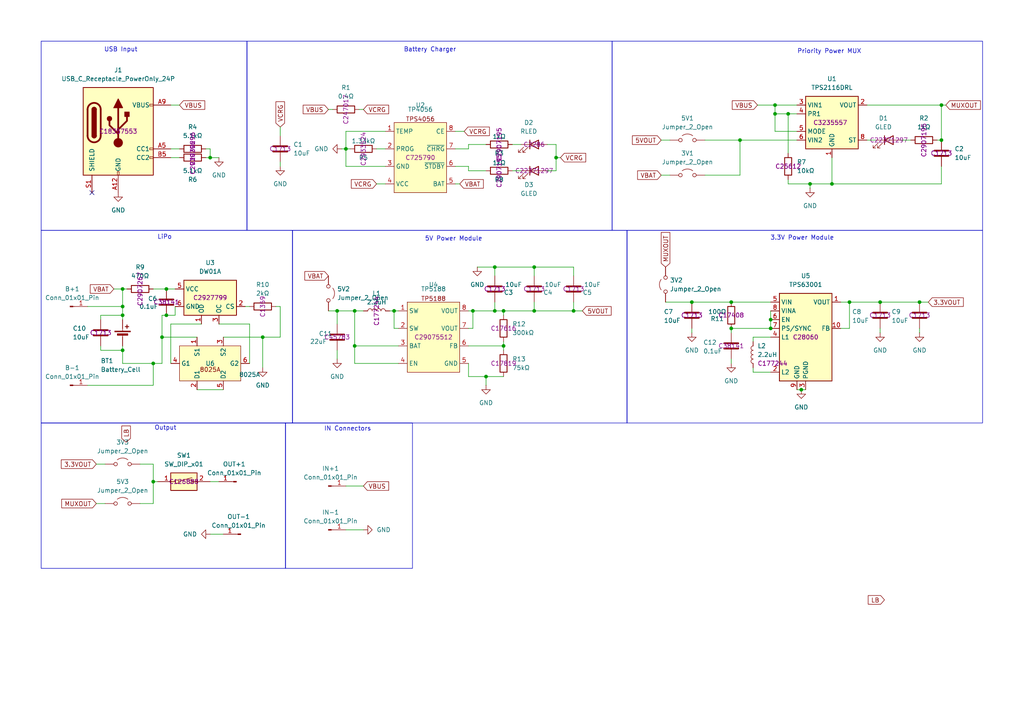
<source format=kicad_sch>
(kicad_sch (version 20250114) (generator "eeschema") (generator_version "9.0")
  (paper "A4")
  (lib_symbols
    (symbol "Battery_Management:DW01A"
      (property "Reference" "U" (at -6.604 6.35 0))
      (property "Value" "DW01A" (at 4.318 6.604 0))
      (symbol "DW01A_0_1"
        (pin power_in line (at -10.16 2.54 0) (length 2.54) (name "VCC") (number "5"))
        (pin power_in line (at -10.16 -2.54 0) (length 2.54) (name "GND") (number "6"))
        (pin output line (at -2.54 -7.62 90) (length 2.54) (name "OD") (number "1"))
        (pin output line (at 2.54 -7.62 90) (length 2.54) (name "OC") (number "3"))
        (pin input line (at 10.16 -2.54 180) (length 2.54) (name "CS") (number "2"))
      )
      (symbol "DW01A_1_1"
        (rectangle (start -7.62 5.08) (end 7.62 -5.08) (stroke (width 0.254)) (fill (type background)))
        (pin no_connect line (at 10.16 2.54 180) (length 2.54) (hide yes) (name "TD") (number "4"))
      )
    )
    (symbol "Connector:Conn_01x01_Pin" (pin_names (offset 1.016) (hide yes))
      (property "Reference" "J" (at 0 2.54 0))
      (property "Value" "Conn_01x01_Pin" (at 0 -2.54 0))
      (symbol "Conn_01x01_Pin_1_1"
        (rectangle (start 0.8636 0.127) (end 0 -0.127) (stroke (width 0.1524)) (fill (type outline)))
        (polyline (pts (xy 1.27 0) (xy 0.8636 0)) (stroke (width 0.1524)))
        (pin passive line (at 5.08 0 180) (length 3.81) (name "Pin_1") (number "1"))
      )
    )
    (symbol "Connector:USB_C_Receptacle_PowerOnly_24P" (pin_names (offset 1.016))
      (property "Reference" "J" (at 0 16.51 0))
      (property "Value" "USB_C_Receptacle_PowerOnly_24P" (at 0 13.97 0))
      (symbol "USB_C_Receptacle_PowerOnly_24P_0_0"
        (rectangle (start -0.254 -12.7) (end 0.254 -11.684))
        (rectangle (start 10.16 7.874) (end 9.144 7.366))
        (rectangle (start 10.16 -4.826) (end 9.144 -5.334))
        (rectangle (start 10.16 -7.366) (end 9.144 -7.874))
      )
      (symbol "USB_C_Receptacle_PowerOnly_24P_0_1"
        (rectangle (start -10.16 12.7) (end 10.16 -12.7) (stroke (width 0.254)) (fill (type background)))
        (polyline (pts (xy -8.89 -1.27) (xy -8.89 6.35)) (stroke (width 0.508)))
        (rectangle (start -7.62 -1.27) (end -6.35 6.35) (stroke (width 0.254)) (fill (type outline)))
        (arc (start -7.62 6.35) (mid -6.985 6.9823) (end -6.35 6.35) (stroke (width 0.254)))
        (arc (start -7.62 6.35) (mid -6.985 6.9823) (end -6.35 6.35) (stroke (width 0.254)) (fill (type outline)))
        (arc (start -8.89 6.35) (mid -6.985 8.2467) (end -5.08 6.35) (stroke (width 0.508)))
        (arc (start -5.08 -1.27) (mid -6.985 -3.1667) (end -8.89 -1.27) (stroke (width 0.508)))
        (arc (start -6.35 -1.27) (mid -6.985 -1.9023) (end -7.62 -1.27) (stroke (width 0.254)))
        (arc (start -6.35 -1.27) (mid -6.985 -1.9023) (end -7.62 -1.27) (stroke (width 0.254)) (fill (type outline)))
        (polyline (pts (xy -5.08 6.35) (xy -5.08 -1.27)) (stroke (width 0.508)))
        (circle (center -2.54 3.683) (radius 0.635) (stroke (width 0.254)) (fill (type outline)))
        (polyline (pts (xy -1.27 6.858) (xy 0 9.398) (xy 1.27 6.858) (xy -1.27 6.858)) (stroke (width 0.254)) (fill (type outline)))
        (polyline (pts (xy 0 0.508) (xy 2.54 3.048) (xy 2.54 4.318)) (stroke (width 0.508)))
        (polyline (pts (xy 0 -0.762) (xy -2.54 1.778) (xy -2.54 3.048)) (stroke (width 0.508)))
        (polyline (pts (xy 0 -3.302) (xy 0 6.858)) (stroke (width 0.508)))
        (circle (center 0 -3.302) (radius 1.27) (fill (type outline)))
        (rectangle (start 1.905 4.318) (end 3.175 5.588) (stroke (width 0.254)) (fill (type outline)))
      )
      (symbol "USB_C_Receptacle_PowerOnly_24P_1_1"
        (pin passive line (at -7.62 -17.78 90) (length 5.08) (name "SHIELD") (number "S1"))
        (pin passive line (at 0 -17.78 90) (length 5.08) (hide yes) (name "GND") (number "A1"))
        (pin power_in line (at 0 -17.78 90) (length 5.08) (name "GND") (number "A12"))
        (pin passive line (at 0 -17.78 90) (length 5.08) (hide yes) (name "GND") (number "B1"))
        (pin passive line (at 0 -17.78 90) (length 5.08) (hide yes) (name "GND") (number "B12"))
        (pin passive line (at 15.24 7.62 180) (length 5.08) (hide yes) (name "VBUS") (number "A4"))
        (pin power_in line (at 15.24 7.62 180) (length 5.08) (name "VBUS") (number "A9"))
        (pin passive line (at 15.24 7.62 180) (length 5.08) (hide yes) (name "VBUS") (number "B4"))
        (pin passive line (at 15.24 7.62 180) (length 5.08) (hide yes) (name "VBUS") (number "B9"))
        (pin bidirectional line (at 15.24 -5.08 180) (length 5.08) (name "CC1") (number "A5"))
        (pin bidirectional line (at 15.24 -7.62 180) (length 5.08) (name "CC2") (number "B5"))
      )
    )
    (symbol "Converters:8025A"
      (property "Reference" "U" (at 0 0 0))
      (symbol "8025A_1_1"
        (rectangle (start -8.89 5.08) (end 8.89 -5.08) (fill (type background)))
        (text "8025A" (at 0 1.778 0) (effects (font (size 1.27 1.27))))
        (pin input line (at -11.43 0 0) (length 2.54) (name "G1") (number "4"))
        (pin output line (at -3.81 7.62 270) (length 2.54) (name "D1") (number "2"))
        (pin input line (at -3.81 -7.62 90) (length 2.54) (name "S1") (number "1"))
        (pin output line (at 3.81 7.62 270) (length 2.54) (name "D2") (number "5"))
        (pin input line (at 3.81 -7.62 90) (length 2.54) (name "S2") (number "3"))
        (pin input line (at 11.43 0 180) (length 2.54) (name "G2") (number "6"))
      )
    )
    (symbol "Converters:TP4056"
      (property "Reference" "U" (at 0 0 0))
      (symbol "TP4056_1_1"
        (rectangle (start -7.62 10.16) (end 7.62 -10.16) (fill (type background)))
        (text "TPS4056" (at 0 11.176 0) (effects (font (size 1.27 1.27))))
        (pin input line (at -10.16 7.62 0) (length 2.54) (name "TEMP") (number "1"))
        (pin input line (at -10.16 2.54 0) (length 2.54) (name "PROG") (number "2"))
        (pin power_in line (at -10.16 -2.54 0) (length 2.54) (name "GND") (number "3"))
        (pin power_in line (at -10.16 -7.62 0) (length 2.54) (name "VCC") (number "4"))
        (pin input line (at 10.16 7.62 180) (length 2.54) (name "CE") (number "8"))
        (pin output line (at 10.16 2.54 180) (length 2.54) (name "~{CHRG}") (number "7"))
        (pin output line (at 10.16 -2.54 180) (length 2.54) (name "~{STDBY}") (number "6"))
        (pin power_in line (at 10.16 -7.62 180) (length 2.54) (name "BAT") (number "5"))
      )
    )
    (symbol "Converters:TP5188"
      (property "Reference" "U" (at 0 0 0))
      (symbol "TP5188_1_1"
        (rectangle (start -7.62 10.16) (end 7.62 -10.16) (fill (type background)))
        (text "TP5188" (at 0 11.176 0) (effects (font (size 1.27 1.27))))
        (pin power_in line (at -10.16 7.62 0) (length 2.54) (name "SW") (number "1"))
        (pin power_in line (at -10.16 2.54 0) (length 2.54) (name "SW") (number "2"))
        (pin power_in line (at -10.16 -2.54 0) (length 2.54) (name "BAT") (number "3"))
        (pin input line (at -10.16 -7.62 0) (length 2.54) (name "EN") (number "4"))
        (pin power_out line (at 10.16 7.62 180) (length 2.54) (name "VOUT") (number "8"))
        (pin power_out line (at 10.16 2.54 180) (length 2.54) (name "VOUT") (number "7"))
        (pin input line (at 10.16 -2.54 180) (length 2.54) (name "FB") (number "6"))
        (pin power_in line (at 10.16 -7.62 180) (length 2.54) (name "GND") (number "5"))
      )
    )
    (symbol "Device:Battery_Cell" (pin_numbers (hide yes)) (pin_names (offset 0) (hide yes))
      (property "Reference" "BT" (at 2.54 2.54 0))
      (property "Value" "Battery_Cell" (at 2.54 0 0))
      (symbol "Battery_Cell_0_1"
        (rectangle (start -2.286 1.778) (end 2.286 1.524) (fill (type outline)))
        (rectangle (start -1.524 1.016) (end 1.524 0.508) (fill (type outline)))
        (polyline (pts (xy 0 1.778) (xy 0 2.54)))
        (polyline (pts (xy 0 0.762) (xy 0 0)))
        (polyline (pts (xy 0.762 3.048) (xy 1.778 3.048)) (stroke (width 0.254)))
        (polyline (pts (xy 1.27 3.556) (xy 1.27 2.54)) (stroke (width 0.254)))
      )
      (symbol "Battery_Cell_1_1"
        (pin passive line (at 0 5.08 270) (length 2.54) (name "+") (number "1"))
        (pin passive line (at 0 -2.54 90) (length 2.54) (name "-") (number "2"))
      )
    )
    (symbol "Device:C" (pin_numbers (hide yes)) (pin_names (offset 0.254))
      (property "Reference" "C" (at 0.635 2.54 0))
      (property "Value" "C" (at 0.635 -2.54 0))
      (symbol "C_0_1"
        (polyline (pts (xy -2.032 0.762) (xy 2.032 0.762)) (stroke (width 0.508)))
        (polyline (pts (xy -2.032 -0.762) (xy 2.032 -0.762)) (stroke (width 0.508)))
      )
      (symbol "C_1_1"
        (pin passive line (at 0 3.81 270) (length 2.794) (name "~") (number "1"))
        (pin passive line (at 0 -3.81 90) (length 2.794) (name "~") (number "2"))
      )
    )
    (symbol "Device:L" (pin_numbers (hide yes)) (pin_names (offset 1.016) (hide yes))
      (property "Reference" "L" (at -1.27 0 90))
      (property "Value" "L" (at 1.905 0 90))
      (symbol "L_0_1"
        (arc (start 0 2.54) (mid 0.6323 1.905) (end 0 1.27))
        (arc (start 0 1.27) (mid 0.6323 0.635) (end 0 0))
        (arc (start 0 0) (mid 0.6323 -0.635) (end 0 -1.27))
        (arc (start 0 -1.27) (mid 0.6323 -1.905) (end 0 -2.54))
      )
      (symbol "L_1_1"
        (pin passive line (at 0 3.81 270) (length 1.27) (name "1") (number "1"))
        (pin passive line (at 0 -3.81 90) (length 1.27) (name "2") (number "2"))
      )
    )
    (symbol "Device:LED" (pin_numbers (hide yes)) (pin_names (offset 1.016) (hide yes))
      (property "Reference" "D" (at 0 2.54 0))
      (property "Value" "LED" (at 0 -2.54 0))
      (symbol "LED_0_1"
        (polyline (pts (xy -3.048 -0.762) (xy -4.572 -2.286) (xy -3.81 -2.286) (xy -4.572 -2.286) (xy -4.572 -1.524)))
        (polyline (pts (xy -1.778 -0.762) (xy -3.302 -2.286) (xy -2.54 -2.286) (xy -3.302 -2.286) (xy -3.302 -1.524)))
        (polyline (pts (xy -1.27 0) (xy 1.27 0)))
        (polyline (pts (xy -1.27 -1.27) (xy -1.27 1.27)) (stroke (width 0.254)))
        (polyline (pts (xy 1.27 -1.27) (xy 1.27 1.27) (xy -1.27 0) (xy 1.27 -1.27)) (stroke (width 0.254)))
      )
      (symbol "LED_1_1"
        (pin passive line (at -3.81 0 0) (length 2.54) (name "K") (number "1"))
        (pin passive line (at 3.81 0 180) (length 2.54) (name "A") (number "2"))
      )
    )
    (symbol "Device:R" (pin_numbers (hide yes)) (pin_names (offset 0))
      (property "Reference" "R" (at 2.032 0 90))
      (property "Value" "R" (at 0 0 90))
      (symbol "R_0_1"
        (rectangle (start -1.016 -2.54) (end 1.016 2.54) (stroke (width 0.254)))
      )
      (symbol "R_1_1"
        (pin passive line (at 0 3.81 270) (length 1.27) (name "~") (number "1"))
        (pin passive line (at 0 -3.81 90) (length 1.27) (name "~") (number "2"))
      )
    )
    (symbol "Jumper:Jumper_2_Open" (pin_numbers (hide yes)) (pin_names (offset 0) (hide yes)) (exclude_from_sim yes)
      (property "Reference" "JP" (at 0 2.794 0))
      (property "Value" "Jumper_2_Open" (at 0 -2.286 0))
      (symbol "Jumper_2_Open_0_0"
        (circle (center -2.032 0) (radius 0.508))
        (circle (center 2.032 0) (radius 0.508))
      )
      (symbol "Jumper_2_Open_0_1"
        (arc (start -1.524 1.27) (mid 0 1.778) (end 1.524 1.27))
      )
      (symbol "Jumper_2_Open_1_1"
        (pin passive line (at -5.08 0 0) (length 2.54) (name "A") (number "1"))
        (pin passive line (at 5.08 0 180) (length 2.54) (name "B") (number "2"))
      )
    )
    (symbol "Power_Management:TPS2116DRL"
      (property "Reference" "U" (at -7.874 9.144 0))
      (property "Value" "TPS2116DRL" (at 0.508 -8.89 0))
      (symbol "TPS2116DRL_0_1"
        (rectangle (start -7.62 7.62) (end 7.62 -7.62) (stroke (width 0.254)) (fill (type background)))
      )
      (symbol "TPS2116DRL_1_0"
        (pin power_out line (at 10.16 5.08 180) (length 2.54) (hide yes) (name "VOUT") (number "7"))
      )
      (symbol "TPS2116DRL_1_1"
        (pin power_in line (at -10.16 5.08 0) (length 2.54) (name "VIN1") (number "3"))
        (pin input line (at -10.16 2.54 0) (length 2.54) (name "PR1") (number "4"))
        (pin input line (at -10.16 -2.54 0) (length 2.54) (name "MODE") (number "5"))
        (pin power_in line (at -10.16 -5.08 0) (length 2.54) (name "VIN2") (number "6"))
        (pin power_in line (at 0 -10.16 90) (length 2.54) (name "GND") (number "1"))
        (pin power_out line (at 10.16 5.08 180) (length 2.54) (name "VOUT") (number "2"))
        (pin open_collector line (at 10.16 -5.08 180) (length 2.54) (name "ST") (number "8"))
      )
    )
    (symbol "Regulator_Switching:TPS63001"
      (property "Reference" "U" (at -7.62 13.97 0))
      (property "Value" "TPS63001" (at 5.08 13.97 0))
      (symbol "TPS63001_0_1"
        (rectangle (start -7.62 12.7) (end 7.62 -12.7) (stroke (width 0.254)) (fill (type background)))
      )
      (symbol "TPS63001_1_1"
        (pin power_in line (at -10.16 10.16 0) (length 2.54) (name "VIN") (number "5"))
        (pin power_in line (at -10.16 7.62 0) (length 2.54) (name "VINA") (number "8"))
        (pin input line (at -10.16 5.08 0) (length 2.54) (name "EN") (number "6"))
        (pin input line (at -10.16 2.54 0) (length 2.54) (name "PS/SYNC") (number "7"))
        (pin input line (at -10.16 0 0) (length 2.54) (name "L1") (number "4"))
        (pin input line (at -10.16 -10.16 0) (length 2.54) (name "L2") (number "2"))
        (pin power_in line (at -2.54 -15.24 90) (length 2.54) (name "GND") (number "9"))
        (pin passive line (at 0 -15.24 90) (length 2.54) (hide yes) (name "PGND") (number "11"))
        (pin power_in line (at 0 -15.24 90) (length 2.54) (name "PGND") (number "3"))
        (pin power_out line (at 10.16 10.16 180) (length 2.54) (name "VOUT") (number "1"))
        (pin input line (at 10.16 2.54 180) (length 2.54) (name "FB") (number "10"))
      )
    )
    (symbol "Switch:SW_DIP_x01" (pin_names (offset 0) (hide yes))
      (property "Reference" "SW" (at 0 3.81 0))
      (property "Value" "SW_DIP_x01" (at 0 -3.81 0))
      (symbol "SW_DIP_x01_0_0"
        (circle (center -2.032 0) (radius 0.508))
        (polyline (pts (xy -1.524 0.127) (xy 2.3622 1.1684)))
        (circle (center 2.032 0) (radius 0.508))
      )
      (symbol "SW_DIP_x01_0_1"
        (rectangle (start -3.81 2.54) (end 3.81 -2.54) (stroke (width 0.254)) (fill (type background)))
      )
      (symbol "SW_DIP_x01_1_1"
        (pin passive line (at -7.62 0 0) (length 5.08) (name "~") (number "1"))
        (pin passive line (at 7.62 0 180) (length 5.08) (name "~") (number "2"))
      )
    )
    (symbol "power:GND" (power) (pin_numbers (hide yes)) (pin_names (offset 0) (hide yes))
      (property "Value" "GND" (at 0 -3.81 0))
      (symbol "GND_0_1"
        (polyline (pts (xy 0 0) (xy 0 -1.27) (xy 1.27 -1.27) (xy 0 -2.54) (xy -1.27 -1.27) (xy 0 -1.27)))
      )
      (symbol "GND_1_1"
        (pin power_in line (at 0 0 270) (length 0) (name "~") (number "1"))
      )
    )
  )
  (rectangle (start 181.864 66.802) (end 284.988 122.682))
  (rectangle (start 11.938 122.682) (end 82.804 164.846))
  (rectangle (start 11.938 11.938) (end 71.628 66.802))
  (rectangle (start 177.546 11.938) (end 284.988 66.802))
  (rectangle (start 84.836 66.802) (end 181.864 122.682))
  (rectangle (start 71.628 11.938) (end 177.546 66.802))
  (rectangle (start 82.804 122.682) (end 119.634 164.846))
  (rectangle (start 11.938 66.802) (end 84.836 122.682))
  (text "3.3V Power Module" (at 232.664 69.088 0) (effects (font (size 1.27 1.27))))
  (text "USB Input" (at 35.052 14.478 0) (effects (font (size 1.27 1.27))))
  (text "IN Connectors" (at 100.838 124.46 0) (effects (font (size 1.27 1.27))))
  (text "Priority Power MUX" (at 240.538 14.986 0) (effects (font (size 1.27 1.27))))
  (text "Output" (at 48.006 124.206 0) (effects (font (size 1.27 1.27))))
  (text "Battery Charger" (at 124.714 14.478 0) (effects (font (size 1.27 1.27))))
  (text "5V Power Module" (at 131.572 69.342 0) (effects (font (size 1.27 1.27))))
  (text "LiPo" (at 47.752 68.834 0) (effects (font (size 1.27 1.27))))
  (junction (at 143.51 77.47))
  (junction (at 35.56 83.82))
  (junction (at 48.26 83.82))
  (junction (at 146.05 100.33))
  (junction (at 223.52 95.25))
  (junction (at 234.95 53.34))
  (junction (at 166.37 90.17))
  (junction (at 60.96 45.72))
  (junction (at 246.38 87.63))
  (junction (at 44.45 139.7))
  (junction (at 232.41 113.03))
  (junction (at 255.27 87.63))
  (junction (at 154.94 77.47))
  (junction (at 212.09 95.25))
  (junction (at 35.56 88.9))
  (junction (at 228.6 33.02))
  (junction (at 100.33 43.18))
  (junction (at 44.45 105.41))
  (junction (at 146.05 90.17))
  (junction (at 200.66 87.63))
  (junction (at 214.63 40.64))
  (junction (at 273.05 30.48))
  (junction (at 161.29 45.72))
  (junction (at 76.2 97.79))
  (junction (at 224.79 30.48))
  (junction (at 102.87 100.33))
  (junction (at 266.7 87.63))
  (junction (at 102.87 90.17))
  (junction (at 143.51 90.17))
  (junction (at 241.3 53.34))
  (junction (at 273.05 40.64))
  (junction (at 35.56 101.6))
  (junction (at 46.99 97.79))
  (junction (at 223.52 92.71))
  (junction (at 35.56 91.44))
  (junction (at 140.97 109.22))
  (junction (at 212.09 87.63))
  (junction (at 154.94 90.17))
  (junction (at 114.3 90.17))
  (junction (at 48.26 91.44))
  (junction (at 137.16 90.17))
  (junction (at 97.79 90.17))
  (junction (at 224.79 33.02))
  (no_connect (at 26.67 55.88))
  (wire (pts (xy 135.89 109.22) (xy 135.89 105.41)))
  (wire (pts (xy 44.45 83.82) (xy 48.26 83.82)))
  (wire (pts (xy 234.95 54.61) (xy 234.95 53.34)))
  (wire (pts (xy 212.09 95.25) (xy 212.09 96.52)))
  (wire (pts (xy 166.37 90.17) (xy 166.37 87.63)))
  (wire (pts (xy 29.21 100.33) (xy 29.21 101.6)))
  (wire (pts (xy 33.02 83.82) (xy 35.56 83.82)))
  (wire (pts (xy 102.87 105.41) (xy 102.87 100.33)))
  (wire (pts (xy 214.63 40.64) (xy 231.14 40.64)))
  (wire (pts (xy 228.6 53.34) (xy 234.95 53.34)))
  (wire (pts (xy 228.6 52.07) (xy 228.6 53.34)))
  (wire (pts (xy 63.5 93.98) (xy 72.39 93.98)))
  (wire (pts (xy 48.26 91.44) (xy 50.8 91.44)))
  (wire (pts (xy 266.7 95.25) (xy 266.7 96.52)))
  (wire (pts (xy 49.53 105.41) (xy 49.53 93.98)))
  (wire (pts (xy 49.53 30.48) (xy 52.07 30.48)))
  (wire (pts (xy 100.33 48.26) (xy 111.76 48.26)))
  (wire (pts (xy 46.99 91.44) (xy 46.99 97.79)))
  (wire (pts (xy 35.56 88.9) (xy 35.56 91.44)))
  (wire (pts (xy 214.63 40.64) (xy 214.63 50.8)))
  (wire (pts (xy 95.25 31.75) (xy 96.52 31.75)))
  (wire (pts (xy 224.79 33.02) (xy 224.79 30.48)))
  (wire (pts (xy 191.77 40.64) (xy 194.31 40.64)))
  (wire (pts (xy 224.79 33.02) (xy 228.6 33.02)))
  (wire (pts (xy 57.15 113.03) (xy 64.77 113.03)))
  (wire (pts (xy 261.62 40.64) (xy 264.16 40.64)))
  (wire (pts (xy 161.29 41.91) (xy 161.29 45.72)))
  (wire (pts (xy 49.53 45.72) (xy 52.07 45.72)))
  (wire (pts (xy 100.33 48.26) (xy 100.33 43.18)))
  (wire (pts (xy 50.8 91.44) (xy 50.8 88.9)))
  (wire (pts (xy 48.26 83.82) (xy 50.8 83.82)))
  (wire (pts (xy 100.33 43.18) (xy 101.6 43.18)))
  (wire (pts (xy 27.94 134.62) (xy 30.48 134.62)))
  (wire (pts (xy 81.28 46.99) (xy 81.28 48.26)))
  (wire (pts (xy 97.79 90.17) (xy 102.87 90.17)))
  (wire (pts (xy 138.43 77.47) (xy 143.51 77.47)))
  (wire (pts (xy 154.94 77.47) (xy 166.37 77.47)))
  (wire (pts (xy 218.44 107.95) (xy 218.44 106.68)))
  (wire (pts (xy 44.45 139.7) (xy 45.72 139.7)))
  (wire (pts (xy 44.45 134.62) (xy 44.45 139.7)))
  (wire (pts (xy 135.89 100.33) (xy 146.05 100.33)))
  (wire (pts (xy 137.16 90.17) (xy 137.16 95.25)))
  (wire (pts (xy 218.44 97.79) (xy 223.52 97.79)))
  (wire (pts (xy 49.53 43.18) (xy 52.07 43.18)))
  (wire (pts (xy 35.56 105.41) (xy 44.45 105.41)))
  (wire (pts (xy 224.79 30.48) (xy 231.14 30.48)))
  (wire (pts (xy 231.14 38.1) (xy 224.79 38.1)))
  (wire (pts (xy 146.05 90.17) (xy 154.94 90.17)))
  (wire (pts (xy 60.96 139.7) (xy 63.5 139.7)))
  (wire (pts (xy 143.51 77.47) (xy 154.94 77.47)))
  (wire (pts (xy 76.2 97.79) (xy 81.28 97.79)))
  (wire (pts (xy 100.33 38.1) (xy 111.76 38.1)))
  (wire (pts (xy 114.3 90.17) (xy 115.57 90.17)))
  (wire (pts (xy 44.45 111.76) (xy 44.45 105.41)))
  (wire (pts (xy 72.39 93.98) (xy 72.39 105.41)))
  (wire (pts (xy 60.96 154.94) (xy 64.77 154.94)))
  (wire (pts (xy 219.71 30.48) (xy 224.79 30.48)))
  (wire (pts (xy 44.45 139.7) (xy 44.45 146.05)))
  (wire (pts (xy 29.21 91.44) (xy 35.56 91.44)))
  (wire (pts (xy 76.2 97.79) (xy 76.2 106.68)))
  (wire (pts (xy 60.96 43.18) (xy 60.96 45.72)))
  (wire (pts (xy 44.45 105.41) (xy 46.99 105.41)))
  (wire (pts (xy 214.63 40.64) (xy 204.47 40.64)))
  (wire (pts (xy 223.52 107.95) (xy 218.44 107.95)))
  (wire (pts (xy 60.96 45.72) (xy 63.5 45.72)))
  (wire (pts (xy 99.06 43.18) (xy 100.33 43.18)))
  (wire (pts (xy 81.28 88.9) (xy 80.01 88.9)))
  (wire (pts (xy 97.79 101.6) (xy 97.79 104.14)))
  (wire (pts (xy 154.94 90.17) (xy 154.94 87.63)))
  (wire (pts (xy 115.57 105.41) (xy 102.87 105.41)))
  (wire (pts (xy 100.33 153.67) (xy 105.41 153.67)))
  (wire (pts (xy 274.32 30.48) (xy 273.05 30.48)))
  (wire (pts (xy 234.95 53.34) (xy 241.3 53.34)))
  (wire (pts (xy 193.04 87.63) (xy 200.66 87.63)))
  (wire (pts (xy 191.77 50.8) (xy 194.31 50.8)))
  (wire (pts (xy 132.08 53.34) (xy 133.35 53.34)))
  (wire (pts (xy 158.75 41.91) (xy 161.29 41.91)))
  (wire (pts (xy 137.16 90.17) (xy 143.51 90.17)))
  (wire (pts (xy 46.99 97.79) (xy 57.15 97.79)))
  (wire (pts (xy 49.53 93.98) (xy 58.42 93.98)))
  (wire (pts (xy 161.29 49.53) (xy 158.75 49.53)))
  (wire (pts (xy 35.56 83.82) (xy 35.56 88.9)))
  (wire (pts (xy 251.46 40.64) (xy 254 40.64)))
  (wire (pts (xy 231.14 113.03) (xy 232.41 113.03)))
  (wire (pts (xy 140.97 109.22) (xy 140.97 111.76)))
  (wire (pts (xy 46.99 97.79) (xy 46.99 105.41)))
  (wire (pts (xy 255.27 95.25) (xy 255.27 96.52)))
  (wire (pts (xy 273.05 53.34) (xy 273.05 48.26)))
  (wire (pts (xy 146.05 99.06) (xy 146.05 100.33)))
  (wire (pts (xy 148.59 49.53) (xy 151.13 49.53)))
  (wire (pts (xy 114.3 95.25) (xy 115.57 95.25)))
  (wire (pts (xy 114.3 90.17) (xy 114.3 95.25)))
  (wire (pts (xy 140.97 49.53) (xy 135.89 49.53)))
  (wire (pts (xy 46.99 91.44) (xy 48.26 91.44)))
  (wire (pts (xy 204.47 50.8) (xy 214.63 50.8)))
  (wire (pts (xy 223.52 90.17) (xy 223.52 92.71)))
  (wire (pts (xy 102.87 100.33) (xy 115.57 100.33)))
  (wire (pts (xy 212.09 105.41) (xy 212.09 104.14)))
  (wire (pts (xy 146.05 109.22) (xy 140.97 109.22)))
  (wire (pts (xy 200.66 87.63) (xy 212.09 87.63)))
  (wire (pts (xy 135.89 48.26) (xy 132.08 48.26)))
  (wire (pts (xy 223.52 92.71) (xy 223.52 95.25)))
  (wire (pts (xy 143.51 80.01) (xy 143.51 77.47)))
  (wire (pts (xy 212.09 87.63) (xy 223.52 87.63)))
  (wire (pts (xy 166.37 90.17) (xy 168.91 90.17)))
  (wire (pts (xy 59.69 43.18) (xy 60.96 43.18)))
  (wire (pts (xy 27.94 146.05) (xy 30.48 146.05)))
  (wire (pts (xy 29.21 101.6) (xy 35.56 101.6)))
  (wire (pts (xy 162.56 45.72) (xy 161.29 45.72)))
  (wire (pts (xy 146.05 90.17) (xy 146.05 91.44)))
  (wire (pts (xy 243.84 95.25) (xy 246.38 95.25)))
  (wire (pts (xy 35.56 91.44) (xy 35.56 92.71)))
  (wire (pts (xy 100.33 38.1) (xy 100.33 43.18)))
  (wire (pts (xy 64.77 97.79) (xy 76.2 97.79)))
  (wire (pts (xy 218.44 99.06) (xy 218.44 97.79)))
  (wire (pts (xy 102.87 100.33) (xy 102.87 90.17)))
  (wire (pts (xy 137.16 90.17) (xy 135.89 90.17)))
  (wire (pts (xy 251.46 30.48) (xy 273.05 30.48)))
  (wire (pts (xy 137.16 95.25) (xy 135.89 95.25)))
  (wire (pts (xy 135.89 41.91) (xy 140.97 41.91)))
  (wire (pts (xy 161.29 45.72) (xy 161.29 49.53)))
  (wire (pts (xy 132.08 43.18) (xy 135.89 43.18)))
  (wire (pts (xy 266.7 87.63) (xy 255.27 87.63)))
  (wire (pts (xy 228.6 33.02) (xy 231.14 33.02)))
  (wire (pts (xy 29.21 92.71) (xy 29.21 91.44)))
  (wire (pts (xy 212.09 95.25) (xy 223.52 95.25)))
  (wire (pts (xy 273.05 40.64) (xy 273.05 30.48)))
  (wire (pts (xy 44.45 146.05) (xy 40.64 146.05)))
  (wire (pts (xy 35.56 83.82) (xy 36.83 83.82)))
  (wire (pts (xy 25.4 111.76) (xy 44.45 111.76)))
  (wire (pts (xy 269.24 87.63) (xy 266.7 87.63)))
  (wire (pts (xy 95.25 90.17) (xy 97.79 90.17)))
  (wire (pts (xy 246.38 95.25) (xy 246.38 87.63)))
  (wire (pts (xy 224.79 38.1) (xy 224.79 33.02)))
  (wire (pts (xy 200.66 96.52) (xy 200.66 95.25)))
  (wire (pts (xy 146.05 100.33) (xy 146.05 101.6)))
  (wire (pts (xy 140.97 109.22) (xy 135.89 109.22)))
  (wire (pts (xy 109.22 43.18) (xy 111.76 43.18)))
  (wire (pts (xy 104.14 31.75) (xy 105.41 31.75)))
  (wire (pts (xy 40.64 134.62) (xy 44.45 134.62)))
  (wire (pts (xy 135.89 43.18) (xy 135.89 41.91)))
  (wire (pts (xy 271.78 40.64) (xy 273.05 40.64)))
  (wire (pts (xy 60.96 45.72) (xy 59.69 45.72)))
  (wire (pts (xy 154.94 90.17) (xy 166.37 90.17)))
  (wire (pts (xy 102.87 90.17) (xy 105.41 90.17)))
  (wire (pts (xy 35.56 100.33) (xy 35.56 101.6)))
  (wire (pts (xy 81.28 36.83) (xy 81.28 39.37)))
  (wire (pts (xy 246.38 87.63) (xy 243.84 87.63)))
  (wire (pts (xy 25.4 88.9) (xy 35.56 88.9)))
  (wire (pts (xy 143.51 90.17) (xy 146.05 90.17)))
  (wire (pts (xy 113.03 90.17) (xy 114.3 90.17)))
  (wire (pts (xy 154.94 80.01) (xy 154.94 77.47)))
  (wire (pts (xy 100.33 140.97) (xy 105.41 140.97)))
  (wire (pts (xy 97.79 93.98) (xy 97.79 90.17)))
  (wire (pts (xy 255.27 87.63) (xy 246.38 87.63)))
  (wire (pts (xy 135.89 49.53) (xy 135.89 48.26)))
  (wire (pts (xy 241.3 53.34) (xy 273.05 53.34)))
  (wire (pts (xy 241.3 53.34) (xy 241.3 45.72)))
  (wire (pts (xy 35.56 101.6) (xy 35.56 105.41)))
  (wire (pts (xy 228.6 33.02) (xy 228.6 44.45)))
  (wire (pts (xy 132.08 38.1) (xy 134.62 38.1)))
  (wire (pts (xy 148.59 41.91) (xy 151.13 41.91)))
  (wire (pts (xy 109.22 53.34) (xy 111.76 53.34)))
  (wire (pts (xy 81.28 97.79) (xy 81.28 88.9)))
  (wire (pts (xy 166.37 80.01) (xy 166.37 77.47)))
  (wire (pts (xy 143.51 90.17) (xy 143.51 87.63)))
  (wire (pts (xy 72.39 88.9) (xy 71.12 88.9)))
  (wire (pts (xy 232.41 113.03) (xy 233.68 113.03)))
  (global_label "VCRG" (shape input) (at 134.62 38.1 0) (property "Intersheetrefs" "${INTERSHEET_REFS}" (effects (hide yes))))
  (global_label "VCRG" (shape input) (at 81.28 36.83 90) (property "Intersheetrefs" "${INTERSHEET_REFS}" (effects (hide yes))))
  (global_label "VCRG" (shape input) (at 162.56 45.72 0) (property "Intersheetrefs" "${INTERSHEET_REFS}" (effects (hide yes))))
  (global_label "VBUS" (shape input) (at 95.25 31.75 180) (property "Intersheetrefs" "${INTERSHEET_REFS}" (effects (hide yes))))
  (global_label "VBUS" (shape input) (at 52.07 30.48 0) (property "Intersheetrefs" "${INTERSHEET_REFS}" (effects (hide yes))))
  (global_label "VBAT" (shape input) (at 33.02 83.82 180) (property "Intersheetrefs" "${INTERSHEET_REFS}" (effects (hide yes))))
  (global_label "LB" (shape input) (at 36.576 128.27 90) (property "Intersheetrefs" "${INTERSHEET_REFS}" (effects (hide yes))))
  (global_label "MUXOUT" (shape input) (at 274.32 30.48 0) (property "Intersheetrefs" "${INTERSHEET_REFS}" (effects (hide yes))))
  (global_label "VBAT" (shape input) (at 133.35 53.34 0) (property "Intersheetrefs" "${INTERSHEET_REFS}" (effects (hide yes))))
  (global_label "5VOUT" (shape input) (at 191.77 40.64 180) (property "Intersheetrefs" "${INTERSHEET_REFS}" (effects (hide yes))))
  (global_label "MUXOUT" (shape input) (at 193.04 77.47 90) (property "Intersheetrefs" "${INTERSHEET_REFS}" (effects (hide yes))))
  (global_label "3.3VOUT" (shape input) (at 269.24 87.63 0) (property "Intersheetrefs" "${INTERSHEET_REFS}" (effects (hide yes))))
  (global_label "VBAT" (shape input) (at 95.25 80.01 180) (property "Intersheetrefs" "${INTERSHEET_REFS}" (effects (hide yes))))
  (global_label "3.3VOUT" (shape input) (at 27.94 134.62 180) (property "Intersheetrefs" "${INTERSHEET_REFS}" (effects (hide yes))))
  (global_label "LB" (shape input) (at 256.54 173.99 180) (property "Intersheetrefs" "${INTERSHEET_REFS}" (effects (hide yes))))
  (global_label "VBAT" (shape input) (at 191.77 50.8 180) (property "Intersheetrefs" "${INTERSHEET_REFS}" (effects (hide yes))))
  (global_label "VBUS" (shape input) (at 105.41 140.97 0) (property "Intersheetrefs" "${INTERSHEET_REFS}" (effects (hide yes))))
  (global_label "VBUS" (shape input) (at 219.71 30.48 180) (property "Intersheetrefs" "${INTERSHEET_REFS}" (effects (hide yes))))
  (global_label "MUXOUT" (shape input) (at 27.94 146.05 180) (property "Intersheetrefs" "${INTERSHEET_REFS}" (effects (hide yes))))
  (global_label "VCRG" (shape input) (at 109.22 53.34 180) (property "Intersheetrefs" "${INTERSHEET_REFS}" (effects (hide yes))))
  (global_label "5VOUT" (shape input) (at 168.91 90.17 0) (property "Intersheetrefs" "${INTERSHEET_REFS}" (effects (hide yes))))
  (global_label "VCRG" (shape input) (at 105.41 31.75 0) (property "Intersheetrefs" "${INTERSHEET_REFS}" (effects (hide yes))))
  (symbol (lib_id "Device:R") (at 55.88 45.72 90) (mirror x) (unit 1)
    (property "Reference" "R6" (at 55.88 52.07 90))
    (property "Value" "5.1kΩ" (at 55.88 49.53 90))
    (property "Footprint" "Resistor_SMD:R_0805_2012Metric_Pad1.20x1.40mm_HandSolder" (effects (hide yes)))
    (property "Description" "Resistor" (effects (hide yes)))
    (property "LCSC" "C2930296" (at 55.88 45.72 0))
  )
  (symbol (lib_id "power:GND") (at 81.28 48.26 0) (unit 1)
    (property "Reference" "#PWR03" (effects (hide yes)))
    (property "Value" "GND" (at 81.28 53.34 0))
    (property "Description" "Power symbol creates a global label with name \"GND\" , ground" (effects (hide yes)))
  )
  (symbol (lib_id "Battery_Management:DW01A") (at 60.96 86.36 0) (unit 1)
    (property "Reference" "U3" (at 60.96 76.2 0))
    (property "Value" "DW01A" (at 60.96 78.74 0))
    (property "Footprint" "Package_TO_SOT_SMD:SOT-23-6_Handsoldering" (effects (hide yes)))
    (property "Datasheet" "https://hmsemi.com/downfile/DW01A.PDF" (effects (hide yes)))
    (property "Description" "Overcharge, overcurrent and overdischarge protection IC for single cell lithium-ion/polymer battery" (effects (hide yes)))
    (property "LCSC" "C2927799" (at 60.96 86.36 0))
  )
  (symbol (lib_id "Device:C") (at 166.37 83.82 180) (unit 1)
    (property "Reference" "C5" (at 171.704 84.836 0) (effects (justify left)))
    (property "Value" "10uF" (at 174.244 82.55 0) (effects (justify left)))
    (property "Footprint" "Capacitor_SMD:C_0805_2012Metric_Pad1.18x1.45mm_HandSolder" (effects (hide yes)))
    (property "Description" "Unpolarized capacitor" (effects (hide yes)))
    (property "LCSC" "C1713" (at 166.37 83.82 0))
  )
  (symbol (lib_id "Device:C") (at 273.05 44.45 0) (unit 1)
    (property "Reference" "C2" (at 276.86 43.1799 0) (effects (justify left)))
    (property "Value" "10uF" (at 276.86 45.7199 0) (effects (justify left)))
    (property "Footprint" "Capacitor_SMD:C_0805_2012Metric_Pad1.18x1.45mm_HandSolder" (effects (hide yes)))
    (property "Description" "Unpolarized capacitor" (effects (hide yes)))
    (property "LCSC" "C1713" (at 273.05 44.45 0))
  )
  (symbol (lib_id "power:GND") (at 60.96 154.94 270) (unit 1)
    (property "Reference" "#PWR016" (effects (hide yes)))
    (property "Value" "GND" (at 57.15 154.9399 90) (effects (justify right)))
    (property "Description" "Power symbol creates a global label with name \"GND\" , ground" (effects (hide yes)))
  )
  (symbol (lib_id "Jumper:Jumper_2_Open") (at 95.25 85.09 270) (unit 1) (exclude_from_sim yes) (in_bom no)
    (property "Reference" "5V2" (at 97.79 83.8199 90) (effects (justify left)))
    (property "Value" "Jumper_2_Open" (at 97.79 86.3599 90) (effects (justify left)))
    (property "Footprint" "Jumper:SolderJumper-2_P1.3mm_Open_Pad1.0x1.5mm" (effects (hide yes)))
    (property "Description" "Jumper, 2-pole, open" (effects (hide yes)))
  )
  (symbol (lib_id "power:GND") (at 234.95 54.61 0) (unit 1)
    (property "Reference" "#PWR04" (effects (hide yes)))
    (property "Value" "GND" (at 234.95 59.69 0))
    (property "Description" "Power symbol creates a global label with name \"GND\" , ground" (effects (hide yes)))
  )
  (symbol (lib_id "power:GND") (at 76.2 106.68 0) (unit 1)
    (property "Reference" "#PWR012" (effects (hide yes)))
    (property "Value" "GND" (at 76.2 111.76 0))
    (property "Description" "Power symbol creates a global label with name \"GND\" , ground" (effects (hide yes)))
  )
  (symbol (lib_id "Device:R") (at 105.41 43.18 270) (unit 1)
    (property "Reference" "R5" (at 105.41 45.72 90))
    (property "Value" "1.33kΩ" (at 105.41 40.894 90))
    (property "Footprint" "Resistor_SMD:R_0805_2012Metric_Pad1.20x1.40mm_HandSolder" (effects (hide yes)))
    (property "Description" "Resistor" (effects (hide yes)))
    (property "LCSC" "C2933524" (at 105.41 43.18 0))
  )
  (symbol (lib_id "Device:R") (at 144.78 49.53 270) (unit 1)
    (property "Reference" "R8" (at 144.78 52.07 90))
    (property "Value" "1kΩ" (at 144.78 47.244 90))
    (property "Footprint" "Resistor_SMD:R_0805_2012Metric_Pad1.20x1.40mm_HandSolder" (effects (hide yes)))
    (property "Description" "Resistor" (effects (hide yes)))
    (property "LCSC" "C2907195" (at 144.78 49.53 0))
  )
  (symbol (lib_id "power:GND") (at 97.79 104.14 0) (unit 1)
    (property "Reference" "#PWR010" (effects (hide yes)))
    (property "Value" "GND" (at 97.79 109.22 0))
    (property "Description" "Power symbol creates a global label with name \"GND\" , ground" (effects (hide yes)))
  )
  (symbol (lib_id "Device:R") (at 55.88 43.18 90) (unit 1)
    (property "Reference" "R4" (at 55.88 36.83 90))
    (property "Value" "5.1kΩ" (at 55.88 39.37 90))
    (property "Footprint" "Resistor_SMD:R_0805_2012Metric_Pad1.20x1.40mm_HandSolder" (effects (hide yes)))
    (property "Description" "Resistor" (effects (hide yes)))
    (property "LCSC" "C2930296" (at 55.88 43.18 0))
  )
  (symbol (lib_id "power:GND") (at 105.41 153.67 90) (unit 1)
    (property "Reference" "#PWR015" (effects (hide yes)))
    (property "Value" "GND" (at 109.22 153.6699 90) (effects (justify right)))
    (property "Description" "Power symbol creates a global label with name \"GND\" , ground" (effects (hide yes)))
  )
  (symbol (lib_id "Device:L") (at 218.44 102.87 180) (unit 1)
    (property "Reference" "L2" (at 219.71 100.3299 0) (effects (justify right)))
    (property "Value" "2.2uH" (at 219.71 102.8699 0) (effects (justify right)))
    (property "Footprint" "Inductor_SMD:L_TracoPower_TCK-047_5.2x5.8mm" (effects (hide yes)))
    (property "Description" "Inductor" (effects (hide yes)))
    (property "LCSC" "C177244" (at 219.71 105.4099 0) (effects (justify right)))
  )
  (symbol (lib_id "Device:R") (at 76.2 88.9 90) (unit 1)
    (property "Reference" "R10" (at 76.2 82.55 90))
    (property "Value" "2kΩ" (at 76.2 85.09 90))
    (property "Footprint" "Resistor_SMD:R_0805_2012Metric_Pad1.20x1.40mm_HandSolder" (effects (hide yes)))
    (property "Description" "Resistor" (effects (hide yes)))
    (property "LCSC" "C1359" (at 76.2 88.9 0))
  )
  (symbol (lib_id "Device:Battery_Cell") (at 35.56 97.79 0) (unit 1) (in_bom no) (on_board no)
    (property "Reference" "BT1" (at 29.21 104.648 0) (effects (justify left)))
    (property "Value" "Battery_Cell" (at 29.21 107.188 0) (effects (justify left)))
    (property "Description" "Single-cell battery" (effects (hide yes)))
  )
  (symbol (lib_id "Connector:Conn_01x01_Pin") (at 95.25 140.97 0) (unit 1) (in_bom no)
    (property "Reference" "IN+1" (at 95.885 135.89 0))
    (property "Value" "Conn_01x01_Pin" (at 95.885 138.43 0))
    (property "Footprint" "Connector_PinHeader_2.54mm:PinHeader_1x01_P2.54mm_Vertical" (effects (hide yes)))
    (property "Description" "Generic connector, single row, 01x01, script generated" (effects (hide yes)))
  )
  (symbol (lib_id "power:GND") (at 212.09 105.41 0) (unit 1)
    (property "Reference" "#PWR011" (effects (hide yes)))
    (property "Value" "GND" (at 212.09 110.49 0))
    (property "Description" "Power symbol creates a global label with name \"GND\" , ground" (effects (hide yes)))
  )
  (symbol (lib_id "Converters:8025A") (at 60.96 105.41 0) (mirror x) (unit 1) (in_bom no)
    (property "Reference" "U6" (at 60.96 105.41 0))
    (property "Value" "8025A" (at 72.39 108.6551 0))
    (property "Footprint" "Package_TO_SOT_SMD:SOT-23-6_Handsoldering" (effects (hide yes)))
  )
  (symbol (lib_id "Connector:USB_C_Receptacle_PowerOnly_24P") (at 34.29 38.1 0) (unit 1)
    (property "Reference" "J1" (at 34.29 20.32 0))
    (property "Value" "USB_C_Receptacle_PowerOnly_24P" (at 34.29 22.86 0))
    (property "Footprint" "Connector_USB:USB_C_Receptacle_GCT_USB4135-GF-A_6P_TopMnt_Horizontal" (effects (hide yes)))
    (property "Datasheet" "https://www.usb.org/sites/default/files/documents/usb_type-c.zip" (effects (hide yes)))
    (property "Description" "USB Power-Only 24P Type-C Receptacle connector" (effects (hide yes)))
    (property "LCSC" "C18357553" (at 34.29 38.1 0))
  )
  (symbol (lib_id "power:GND") (at 266.7 96.52 0) (unit 1)
    (property "Reference" "#PWR09" (effects (hide yes)))
    (property "Value" "GND" (at 266.7 101.6 0))
    (property "Description" "Power symbol creates a global label with name \"GND\" , ground" (effects (hide yes)))
  )
  (symbol (lib_id "Jumper:Jumper_2_Open") (at 35.56 146.05 0) (unit 1) (exclude_from_sim yes) (in_bom no)
    (property "Reference" "5V3" (at 35.56 139.7 0))
    (property "Value" "Jumper_2_Open" (at 35.56 142.24 0))
    (property "Footprint" "Jumper:SolderJumper-2_P1.3mm_Open_Pad1.0x1.5mm" (effects (hide yes)))
    (property "Description" "Jumper, 2-pole, open" (effects (hide yes)))
  )
  (symbol (lib_id "Device:C") (at 255.27 91.44 0) (unit 1)
    (property "Reference" "C8" (at 247.142 90.424 0) (effects (justify left)))
    (property "Value" "10uF" (at 247.142 92.964 0) (effects (justify left)))
    (property "Footprint" "Capacitor_SMD:C_0805_2012Metric_Pad1.18x1.45mm_HandSolder" (effects (hide yes)))
    (property "Description" "Unpolarized capacitor" (effects (hide yes)))
    (property "LCSC" "C1713" (at 255.27 91.44 0))
  )
  (symbol (lib_id "Device:R") (at 40.64 83.82 90) (unit 1)
    (property "Reference" "R9" (at 40.64 77.47 90))
    (property "Value" "470Ω" (at 40.64 80.01 90))
    (property "Footprint" "Resistor_SMD:R_0805_2012Metric_Pad1.20x1.40mm_HandSolder" (effects (hide yes)))
    (property "Description" "Resistor" (effects (hide yes)))
    (property "LCSC" "C2907267" (at 40.64 83.82 0))
  )
  (symbol (lib_id "Jumper:Jumper_2_Open") (at 193.04 82.55 90) (unit 1) (exclude_from_sim yes) (in_bom no)
    (property "Reference" "3V2" (at 194.31 81.2799 90) (effects (justify right)))
    (property "Value" "Jumper_2_Open" (at 194.31 83.8199 90) (effects (justify right)))
    (property "Footprint" "Jumper:SolderJumper-2_P1.3mm_Open_Pad1.0x1.5mm" (effects (hide yes)))
    (property "Description" "Jumper, 2-pole, open" (effects (hide yes)))
  )
  (symbol (lib_id "Device:C") (at 154.94 83.82 180) (unit 1)
    (property "Reference" "C4" (at 160.274 84.836 0) (effects (justify left)))
    (property "Value" "10uF" (at 162.814 82.55 0) (effects (justify left)))
    (property "Footprint" "Capacitor_SMD:C_0805_2012Metric_Pad1.18x1.45mm_HandSolder" (effects (hide yes)))
    (property "Description" "Unpolarized capacitor" (effects (hide yes)))
    (property "LCSC" "C1713" (at 154.94 83.82 0))
  )
  (symbol (lib_id "Device:C") (at 266.7 91.44 0) (unit 1)
    (property "Reference" "C9" (at 258.572 90.424 0) (effects (justify left)))
    (property "Value" "10uF" (at 258.572 92.964 0) (effects (justify left)))
    (property "Footprint" "Capacitor_SMD:C_0805_2012Metric_Pad1.18x1.45mm_HandSolder" (effects (hide yes)))
    (property "Description" "Unpolarized capacitor" (effects (hide yes)))
    (property "LCSC" "C1713" (at 266.7 91.44 0))
  )
  (symbol (lib_id "Device:LED") (at 257.81 40.64 0) (unit 1)
    (property "Reference" "D1" (at 256.2225 34.29 0))
    (property "Value" "GLED" (at 256.2225 36.83 0))
    (property "Footprint" "LED_SMD:LED_0603_1608Metric_Pad1.05x0.95mm_HandSolder" (effects (hide yes)))
    (property "Description" "Light emitting diode" (effects (hide yes)))
    (property "Sim.Pins" "1=K 2=A" (effects (hide yes)))
    (property "LCSC" "C22371297" (at 257.81 40.64 0))
  )
  (symbol (lib_id "Device:R") (at 228.6 48.26 180) (unit 1)
    (property "Reference" "R7" (at 231.14 46.9899 0) (effects (justify right)))
    (property "Value" "10kΩ" (at 231.14 49.5299 0) (effects (justify right)))
    (property "Footprint" "Resistor_SMD:R_0805_2012Metric_Pad1.20x1.40mm_HandSolder" (effects (hide yes)))
    (property "Description" "Resistor" (effects (hide yes)))
    (property "LCSC" "C25612" (at 228.6 48.26 0))
  )
  (symbol (lib_id "Converters:TP4056") (at 121.92 45.72 0) (unit 1)
    (property "Reference" "U2" (at 121.92 30.48 0))
    (property "Value" "TP4056" (at 121.92 31.75 0))
    (property "Footprint" "Package_SO:SOP-8_3.9x4.9mm_P1.27mm" (effects (hide yes)))
    (property "LCSC" "C725790" (at 121.92 45.72 0))
  )
  (symbol (lib_id "Switch:SW_DIP_x01") (at 53.34 139.7 0) (unit 1)
    (property "Reference" "SW1" (at 53.34 132.08 0))
    (property "Value" "SW_DIP_x01" (at 53.34 134.62 0))
    (property "Footprint" "Connector_PinHeader_2.54mm:PinHeader_1x02_P2.54mm_Vertical" (effects (hide yes)))
    (property "Description" "1x DIP Switch, Single Pole Single Throw (SPST) switch, small symbol" (effects (hide yes)))
    (property "LCSC" "C126888" (at 53.34 139.7 0))
  )
  (symbol (lib_id "Device:LED") (at 154.94 49.53 0) (unit 1)
    (property "Reference" "D3" (at 153.416 53.594 0))
    (property "Value" "GLED" (at 153.416 56.134 0))
    (property "Footprint" "LED_SMD:LED_0603_1608Metric_Pad1.05x0.95mm_HandSolder" (effects (hide yes)))
    (property "Description" "Light emitting diode" (effects (hide yes)))
    (property "Sim.Pins" "1=K 2=A" (effects (hide yes)))
    (property "LCSC" "C22371297" (at 154.94 49.53 0))
  )
  (symbol (lib_id "power:GND") (at 99.06 43.18 270) (unit 1)
    (property "Reference" "#PWR01" (effects (hide yes)))
    (property "Value" "GND" (at 95.25 43.1799 90) (effects (justify right)))
    (property "Description" "Power symbol creates a global label with name \"GND\" , ground" (effects (hide yes)))
  )
  (symbol (lib_id "Device:LED") (at 154.94 41.91 0) (unit 1)
    (property "Reference" "D2" (at 153.3525 35.56 0))
    (property "Value" "RLED" (at 153.3525 38.1 0))
    (property "Footprint" "LED_SMD:LED_0603_1608Metric_Pad1.05x0.95mm_HandSolder" (effects (hide yes)))
    (property "Description" "Light emitting diode" (effects (hide yes)))
    (property "Sim.Pins" "1=K 2=A" (effects (hide yes)))
    (property "LCSC" "C2286" (at 154.94 41.91 0))
  )
  (symbol (lib_id "Jumper:Jumper_2_Open") (at 35.56 134.62 0) (unit 1) (exclude_from_sim yes) (in_bom no)
    (property "Reference" "3V3" (at 35.56 128.27 0))
    (property "Value" "Jumper_2_Open" (at 35.56 130.81 0))
    (property "Footprint" "Jumper:SolderJumper-2_P1.3mm_Open_Pad1.0x1.5mm" (effects (hide yes)))
    (property "Description" "Jumper, 2-pole, open" (effects (hide yes)))
  )
  (symbol (lib_id "power:GND") (at 232.41 113.03 0) (unit 1)
    (property "Reference" "#PWR014" (effects (hide yes)))
    (property "Value" "GND" (at 232.41 118.11 0))
    (property "Description" "Power symbol creates a global label with name \"GND\" , ground" (effects (hide yes)))
  )
  (symbol (lib_id "Device:C") (at 200.66 91.44 0) (unit 1)
    (property "Reference" "C7" (at 192.532 90.424 0) (effects (justify left)))
    (property "Value" "10uF" (at 192.532 92.964 0) (effects (justify left)))
    (property "Footprint" "Capacitor_SMD:C_0805_2012Metric_Pad1.18x1.45mm_HandSolder" (effects (hide yes)))
    (property "Description" "Unpolarized capacitor" (effects (hide yes)))
    (property "LCSC" "C1713" (at 200.66 91.44 0))
  )
  (symbol (lib_id "Jumper:Jumper_2_Open") (at 199.39 50.8 0) (unit 1) (exclude_from_sim yes) (in_bom no)
    (property "Reference" "3V1" (at 199.39 44.45 0))
    (property "Value" "Jumper_2_Open" (at 199.39 46.99 0))
    (property "Footprint" "Jumper:SolderJumper-2_P1.3mm_Open_Pad1.0x1.5mm" (effects (hide yes)))
    (property "Description" "Jumper, 2-pole, open" (effects (hide yes)))
  )
  (symbol (lib_id "Device:R") (at 146.05 105.41 180) (unit 1)
    (property "Reference" "R13" (at 148.59 104.1399 0) (effects (justify right)))
    (property "Value" "75kΩ" (at 148.59 106.6799 0) (effects (justify right)))
    (property "Footprint" "Resistor_SMD:R_0805_2012Metric_Pad1.20x1.40mm_HandSolder" (effects (hide yes)))
    (property "Description" "Resistor" (effects (hide yes)))
    (property "LCSC" "C17819" (at 146.05 105.41 0))
  )
  (symbol (lib_id "Device:R") (at 146.05 95.25 0) (unit 1)
    (property "Reference" "R12" (at 148.59 93.9799 0) (effects (justify left)))
    (property "Value" "300kΩ" (at 148.59 96.5199 0) (effects (justify left)))
    (property "Footprint" "Resistor_SMD:R_0805_2012Metric_Pad1.20x1.40mm_HandSolder" (effects (hide yes)))
    (property "Description" "Resistor" (effects (hide yes)))
    (property "LCSC" "C17616" (at 146.05 95.25 0))
  )
  (symbol (lib_id "Device:C") (at 212.09 100.33 0) (unit 1)
    (property "Reference" "C12" (at 203.962 99.314 0) (effects (justify left)))
    (property "Value" "0.1uF" (at 203.962 101.854 0) (effects (justify left)))
    (property "Footprint" "Capacitor_SMD:C_0805_2012Metric_Pad1.18x1.45mm_HandSolder" (effects (hide yes)))
    (property "Description" "Unpolarized capacitor" (effects (hide yes)))
    (property "LCSC" "C38141" (at 212.09 100.33 0))
  )
  (symbol (lib_id "Connector:Conn_01x01_Pin") (at 69.85 154.94 180) (unit 1) (in_bom no)
    (property "Reference" "OUT-1" (at 69.215 149.86 0))
    (property "Value" "Conn_01x01_Pin" (at 69.215 152.4 0))
    (property "Footprint" "Connector_PinHeader_2.54mm:PinHeader_1x01_P2.54mm_Vertical" (effects (hide yes)))
    (property "Description" "Generic connector, single row, 01x01, script generated" (effects (hide yes)))
  )
  (symbol (lib_id "Device:R") (at 267.97 40.64 90) (unit 1)
    (property "Reference" "R2" (at 267.97 34.29 90))
    (property "Value" "1kΩ" (at 267.97 36.83 90))
    (property "Footprint" "Resistor_SMD:R_0805_2012Metric_Pad1.20x1.40mm_HandSolder" (effects (hide yes)))
    (property "Description" "Resistor" (effects (hide yes)))
    (property "LCSC" "C2907195" (at 267.97 40.64 0))
  )
  (symbol (lib_id "Connector:Conn_01x01_Pin") (at 20.32 111.76 0) (unit 1) (in_bom no)
    (property "Reference" "B-1" (at 20.955 106.68 0))
    (property "Value" "Conn_01x01_Pin" (at 20.955 109.22 0))
    (property "Footprint" "Connector_PinHeader_2.54mm:PinHeader_1x01_P2.54mm_Vertical" (effects (hide yes)))
    (property "Description" "Generic connector, single row, 01x01, script generated" (effects (hide yes)))
  )
  (symbol (lib_id "Device:C") (at 48.26 87.63 0) (unit 1)
    (property "Reference" "C6" (at 42.926 86.614 0) (effects (justify left)))
    (property "Value" "0.1uF" (at 40.386 88.9 0) (effects (justify left)))
    (property "Footprint" "Capacitor_SMD:C_0805_2012Metric_Pad1.18x1.45mm_HandSolder" (effects (hide yes)))
    (property "Description" "Unpolarized capacitor" (effects (hide yes)))
    (property "LCSC" "C38141" (at 48.26 87.63 0))
  )
  (symbol (lib_id "Device:C") (at 81.28 43.18 0) (unit 1)
    (property "Reference" "C1" (at 85.09 41.9099 0) (effects (justify left)))
    (property "Value" "10uF" (at 85.09 44.4499 0) (effects (justify left)))
    (property "Footprint" "Capacitor_SMD:C_0805_2012Metric_Pad1.18x1.45mm_HandSolder" (effects (hide yes)))
    (property "Description" "Unpolarized capacitor" (effects (hide yes)))
    (property "LCSC" "C1713" (at 81.28 43.18 0))
  )
  (symbol (lib_id "Device:R") (at 212.09 91.44 180) (unit 1)
    (property "Reference" "R11" (at 208.026 92.456 0))
    (property "Value" "100Ω" (at 208.026 90.424 0))
    (property "Footprint" "Resistor_SMD:R_0805_2012Metric_Pad1.20x1.40mm_HandSolder" (effects (hide yes)))
    (property "Description" "Resistor" (effects (hide yes)))
    (property "LCSC" "C17408" (at 212.09 91.44 0))
  )
  (symbol (lib_id "Converters:TP5188") (at 125.73 97.79 0) (unit 1)
    (property "Reference" "U4" (at 125.73 82.55 0))
    (property "Value" "TP5188" (at 125.73 83.82 0))
    (property "Footprint" "Package_SO:SOP-8_3.9x4.9mm_P1.27mm" (effects (hide yes)))
    (property "LCSC" "C29075512" (at 125.73 97.79 0))
  )
  (symbol (lib_id "Device:C") (at 29.21 96.52 0) (unit 1)
    (property "Reference" "C10" (at 21.082 95.25 0) (effects (justify left)))
    (property "Value" "10uF" (at 21.082 97.79 0) (effects (justify left)))
    (property "Footprint" "Capacitor_SMD:C_0805_2012Metric_Pad1.18x1.45mm_HandSolder" (effects (hide yes)))
    (property "Description" "Unpolarized capacitor" (effects (hide yes)))
    (property "LCSC" "C1713" (at 29.21 96.52 0))
  )
  (symbol (lib_id "Power_Management:TPS2116DRL") (at 241.3 35.56 0) (unit 1)
    (property "Reference" "U1" (at 241.3 22.86 0))
    (property "Value" "TPS2116DRL" (at 241.3 25.4 0))
    (property "Footprint" "Package_TO_SOT_SMD:SOT-583-8" (effects (hide yes)))
    (property "Datasheet" "https://www.ti.com/lit/ds/symlink/tps2116.pdf" (effects (hide yes)))
    (property "Description" "2 Channnels Power Mux with Manual and Priority Switchover, 1.6-5.5V Input Voltage, 2.5A Output Current, Ron 40 mOhm, SOT-583-8" (effects (hide yes)))
    (property "LCSC" "C3235557 " (at 241.3 35.56 0))
  )
  (symbol (lib_id "power:GND") (at 34.29 55.88 0) (mirror y) (unit 1)
    (property "Reference" "#PWR05" (effects (hide yes)))
    (property "Value" "GND" (at 34.29 60.96 0))
    (property "Description" "Power symbol creates a global label with name \"GND\" , ground" (effects (hide yes)))
  )
  (symbol (lib_id "Connector:Conn_01x01_Pin") (at 20.32 88.9 0) (unit 1) (in_bom no)
    (property "Reference" "B+1" (at 20.955 83.82 0))
    (property "Value" "Conn_01x01_Pin" (at 20.955 86.36 0))
    (property "Footprint" "Connector_PinHeader_2.54mm:PinHeader_1x01_P2.54mm_Vertical" (effects (hide yes)))
    (property "Description" "Generic connector, single row, 01x01, script generated" (effects (hide yes)))
  )
  (symbol (lib_id "Connector:Conn_01x01_Pin") (at 95.25 153.67 0) (unit 1) (in_bom no)
    (property "Reference" "IN-1" (at 95.885 148.59 0))
    (property "Value" "Conn_01x01_Pin" (at 95.885 151.13 0))
    (property "Footprint" "Connector_PinHeader_2.54mm:PinHeader_1x01_P2.54mm_Vertical" (effects (hide yes)))
    (property "Description" "Generic connector, single row, 01x01, script generated" (effects (hide yes)))
  )
  (symbol (lib_id "Device:L") (at 109.22 90.17 90) (unit 1)
    (property "Reference" "L1" (at 109.22 85.09 90))
    (property "Value" "2.2uH" (at 109.22 87.63 90))
    (property "Footprint" "Inductor_SMD:L_TracoPower_TCK-047_5.2x5.8mm" (effects (hide yes)))
    (property "Description" "Inductor" (effects (hide yes)))
    (property "LCSC" "C177244" (at 109.22 90.17 0))
  )
  (symbol (lib_id "power:GND") (at 138.43 77.47 0) (unit 1)
    (property "Reference" "#PWR06" (effects (hide yes)))
    (property "Value" "GND" (at 138.43 82.55 0))
    (property "Description" "Power symbol creates a global label with name \"GND\" , ground" (effects (hide yes)))
  )
  (symbol (lib_id "power:GND") (at 200.66 96.52 0) (unit 1)
    (property "Reference" "#PWR07" (effects (hide yes)))
    (property "Value" "GND" (at 200.66 101.6 0))
    (property "Description" "Power symbol creates a global label with name \"GND\" , ground" (effects (hide yes)))
  )
  (symbol (lib_id "Regulator_Switching:TPS63001") (at 233.68 97.79 0) (unit 1)
    (property "Reference" "U5" (at 233.68 80.01 0))
    (property "Value" "TPS63001" (at 233.68 82.55 0))
    (property "Footprint" "Package_SON:Texas_DRC0010J_ThermalVias" (effects (hide yes)))
    (property "Datasheet" "http://www.ti.com/lit/ds/symlink/tps63000.pdf" (effects (hide yes)))
    (property "Description" "Buck-Boost Converter, 1.8-5.5V Input Voltage, 1.7A Switch Current, 3.3V Output Voltage, VSON-10" (effects (hide yes)))
    (property "LCSC" "C28060" (at 233.68 97.79 0))
  )
  (symbol (lib_id "Connector:Conn_01x01_Pin") (at 68.58 139.7 180) (unit 1) (in_bom no)
    (property "Reference" "OUT+1" (at 67.945 134.62 0))
    (property "Value" "Conn_01x01_Pin" (at 67.945 137.16 0))
    (property "Footprint" "Connector_PinHeader_2.54mm:PinHeader_1x01_P2.54mm_Vertical" (effects (hide yes)))
    (property "Description" "Generic connector, single row, 01x01, script generated" (effects (hide yes)))
  )
  (symbol (lib_id "Device:C") (at 143.51 83.82 180) (unit 1)
    (property "Reference" "C3" (at 148.844 84.836 0) (effects (justify left)))
    (property "Value" "10uF" (at 151.384 82.55 0) (effects (justify left)))
    (property "Footprint" "Capacitor_SMD:C_0805_2012Metric_Pad1.18x1.45mm_HandSolder" (effects (hide yes)))
    (property "Description" "Unpolarized capacitor" (effects (hide yes)))
    (property "LCSC" "C1713" (at 143.51 83.82 0))
  )
  (symbol (lib_id "Device:R") (at 100.33 31.75 90) (unit 1)
    (property "Reference" "R1" (at 100.33 25.4 90))
    (property "Value" "0.4Ω" (at 100.33 27.94 90))
    (property "Footprint" "Resistor_SMD:R_0805_2012Metric_Pad1.20x1.40mm_HandSolder" (effects (hide yes)))
    (property "Description" "Resistor" (effects (hide yes)))
    (property "LCSC" "C247017" (at 100.33 31.75 0))
  )
  (symbol (lib_id "Device:R") (at 144.78 41.91 270) (unit 1)
    (property "Reference" "R3" (at 144.78 44.45 90))
    (property "Value" "1kΩ" (at 144.78 39.624 90))
    (property "Footprint" "Resistor_SMD:R_0805_2012Metric_Pad1.20x1.40mm_HandSolder" (effects (hide yes)))
    (property "Description" "Resistor" (effects (hide yes)))
    (property "LCSC" "C2907195" (at 144.78 41.91 0))
  )
  (symbol (lib_id "Device:C") (at 97.79 97.79 0) (unit 1)
    (property "Reference" "C11" (at 92.456 96.774 0) (effects (justify left)))
    (property "Value" "22uF" (at 89.916 99.06 0) (effects (justify left)))
    (property "Footprint" "Capacitor_SMD:C_0805_2012Metric_Pad1.18x1.45mm_HandSolder" (effects (hide yes)))
    (property "Description" "Unpolarized capacitor" (effects (hide yes)))
    (property "LCSC" "C45783" (at 97.79 97.79 0))
  )
  (symbol (lib_id "power:GND") (at 140.97 111.76 0) (unit 1)
    (property "Reference" "#PWR013" (effects (hide yes)))
    (property "Value" "GND" (at 140.97 116.84 0))
    (property "Description" "Power symbol creates a global label with name \"GND\" , ground" (effects (hide yes)))
  )
  (symbol (lib_id "power:GND") (at 255.27 96.52 0) (unit 1)
    (property "Reference" "#PWR08" (effects (hide yes)))
    (property "Value" "GND" (at 255.27 101.6 0))
    (property "Description" "Power symbol creates a global label with name \"GND\" , ground" (effects (hide yes)))
  )
  (symbol (lib_id "Jumper:Jumper_2_Open") (at 199.39 40.64 0) (unit 1) (exclude_from_sim yes) (in_bom no)
    (property "Reference" "5V1" (at 199.39 34.29 0))
    (property "Value" "Jumper_2_Open" (at 199.39 36.83 0))
    (property "Footprint" "Jumper:SolderJumper-2_P1.3mm_Open_Pad1.0x1.5mm" (effects (hide yes)))
    (property "Description" "Jumper, 2-pole, open" (effects (hide yes)))
  )
  (symbol (lib_id "power:GND") (at 63.5 45.72 0) (mirror y) (unit 1)
    (property "Reference" "#PWR02" (effects (hide yes)))
    (property "Value" "GND" (at 63.5 50.8 0))
    (property "Description" "Power symbol creates a global label with name \"GND\" , ground" (effects (hide yes)))
  )
)
</source>
